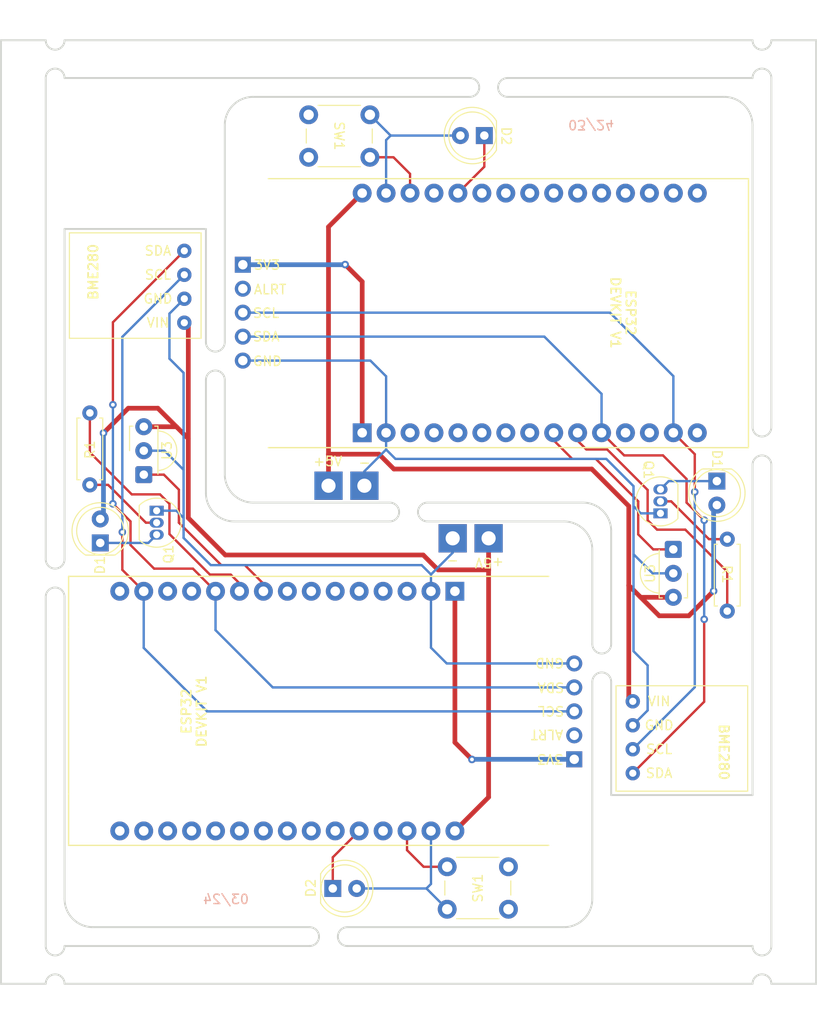
<source format=kicad_pcb>
(kicad_pcb (version 20240108) (generator "pcbnew") (generator_version "8.0")
  (title_block (title "Air Conditioner Controller") (date "2024-03-21") (rev "v3.0"))
  (layers (0 "F.Cu" signal) (31 "B.Cu" signal) (34 "B.Paste" user) (35 "F.Paste" user) (36 "B.SilkS" user "B.Silkscreen") (37 "F.SilkS" user "F.Silkscreen") (38 "B.Mask" user) (39 "F.Mask" user) (44 "Edge.Cuts" user))
  (net 0 "")
  (net 1 "Net-(D1-K)")
  (net 2 "+3.3V")
  (net 3 "VCC")
  (net 4 "GND")
  (net 5 "D4")
  (net 6 "D2")
  (net 7 "D5")
  (net 8 "D15")
  (net 9 "RX2")
  (net 10 "TX2")
  (net 11 "D18")
  (net 12 "D19")
  (net 13 "D21")
  (net 14 "RX0")
  (net 15 "TX0")
  (net 16 "D22")
  (net 17 "D23")
  (net 18 "D13")
  (net 19 "D12")
  (net 20 "D14")
  (net 21 "D27")
  (net 22 "D26")
  (net 23 "D25")
  (net 24 "D33")
  (net 25 "D32")
  (net 26 "D35")
  (net 27 "D34")
  (net 28 "VN")
  (net 29 "VP")
  (net 30 "EN")
  (net 31 "Net-(Q1-B)")
  (footprint "MAX17048:max17048_pads" (layer "F.Cu") (at 127.9825 111.45 -90)
    (property "Reference" "U4" (hide yes))
    (property "Value" "~")
  )
  (footprint "MountingHole:MountingHole_2.7mm_M2.5_DIN965" (layer "F.Cu") (at 123.09 95.59 90)
    (property "Reference" "REF**" (hide yes))
    (property "Value" "MountingHole_2.7mm_M2.5_DIN965")
  )
  (footprint "Panelization:mouse-bite-2mm-slot" (layer "F.Cu") (at 69.09 43.59 90)
    (property "Reference" "mouse-bite-2mm-slot" (hide yes))
    (property "Value" "VAL**" (hide yes))
  )
  (footprint "ESP32_DevkitV1:MODULE_ESP32_DEVKIT_V1" (layer "F.Cu") (at 117.185 70.49 90)
    (property "Reference" "U1" (hide yes))
    (property "Value" "ESP32-DEVKIT-V1")
  )
  (footprint "J5019:j5019_pads" (layer "F.Cu") (at 100.635954 84.992929)
    (property "Reference" "U5" (hide yes))
    (property "Value" "~")
  )
  (footprint "Panelization:mouse-bite-2mm-slot" (layer "F.Cu") (at 144.09 43.59 90)
    (property "Reference" "mouse-bite-2mm-slot" (hide yes))
    (property "Value" "VAL**" (hide yes))
  )
  (footprint "MountingHole:MountingHole_2.7mm_M2.5_DIN965" (layer "F.Cu") (at 90.09 87.59 -90)
    (property "Reference" "REF**" (hide yes))
    (property "Value" "MountingHole_2.7mm_M2.5_DIN965")
  )
  (footprint "Resistor_THT:R_Axial_DIN0207_L6.3mm_D2.5mm_P7.62mm_Horizontal" (layer "F.Cu") (at 140.405 102.09 90)
    (property "Reference" "R1")
    (property "Value" "470")
  )
  (footprint "Resistor_THT:R_Axial_DIN0207_L6.3mm_D2.5mm_P7.62mm_Horizontal" (layer "F.Cu") (at 72.775 81.09 -90)
    (property "Reference" "R1")
    (property "Value" "470")
  )
  (footprint "ESP32_DevkitV1:MODULE_ESP32_DEVKIT_V1" (layer "F.Cu") (at 95.995 112.69 -90)
    (property "Reference" "U1" (hide yes))
    (property "Value" "ESP32-DEVKIT-V1")
  )
  (footprint "LED_THT:LED_D5.0mm_IRGrey" (layer "F.Cu") (at 139.305 88.315 -90)
    (property "Reference" "D1")
    (property "Value" "LD274")
  )
  (footprint "Panelization:mouse-bite-2mm-slot" (layer "F.Cu") (at 115.09 46.59)
    (property "Reference" "mouse-bite-2mm-slot" (hide yes))
    (property "Value" "VAL**" (hide yes))
  )
  (footprint "Panelization:mouse-bite-2mm-slot" (layer "F.Cu") (at 98.09 136.59)
    (property "Reference" "mouse-bite-2mm-slot" (hide yes))
    (property "Value" "VAL**" (hide yes))
  )
  (footprint "MountingHole:MountingHole_2.7mm_M2.5_DIN965" (layer "F.Cu") (at 140.09 107.09 -90)
    (property "Reference" "REF**" (hide yes))
    (property "Value" "MountingHole_2.7mm_M2.5_DIN965")
  )
  (footprint "OptoDevice:Vishay_MINICAST-3Pin" (layer "F.Cu") (at 134.682103 95.55 -90)
    (property "Reference" "U3")
    (property "Value" "TSSP58P38")
  )
  (footprint "BME280:module_bme280_alt" (layer "F.Cu") (at 82.797 63.907 180)
    (property "Reference" "U2" (hide yes))
    (property "Value" "~")
  )
  (footprint "LED_THT:LED_D5.0mm_Clear" (layer "F.Cu") (at 114.63 51.69 180)
    (property "Reference" "D2")
    (property "Value" "LED")
  )
  (footprint "Package_TO_SOT_THT:TO-92_Inline" (layer "F.Cu") (at 79.86 91.45 -90)
    (property "Reference" "Q1")
    (property "Value" "BC548")
  )
  (footprint "Panelization:mouse-bite-2mm-slot" (layer "F.Cu") (at 144.09 84.59 90)
    (property "Reference" "mouse-bite-2mm-slot" (hide yes))
    (property "Value" "VAL**" (hide yes))
  )
  (footprint "MountingHole:MountingHole_2.7mm_M2.5_DIN965" (layer "F.Cu") (at 140.09 50.59 -90)
    (property "Reference" "REF**" (hide yes))
    (property "Value" "MountingHole_2.7mm_M2.5_DIN965")
  )
  (footprint "OptoDevice:Vishay_MINICAST-3Pin" (layer "F.Cu") (at 78.497897 87.63 90)
    (property "Reference" "U3")
    (property "Value" "TSSP58P38")
  )
  (footprint "Panelization:mouse-bite-2mm-slot" (layer "F.Cu") (at 144.09 139.59 90)
    (property "Reference" "mouse-bite-2mm-slot" (hide yes))
    (property "Value" "VAL**" (hide yes))
  )
  (footprint "MAX17048:max17048_pads" (layer "F.Cu") (at 85.1975 71.73 90)
    (property "Reference" "U4" (hide yes))
    (property "Value" "~")
  )
  (footprint "J5019:j5019_pads" (layer "F.Cu") (at 112.544046 98.187071 180)
    (property "Reference" "U5" (hide yes))
    (property "Value" "~")
  )
  (footprint "Panelization:mouse-bite-2mm-slot" (layer "F.Cu") (at 69.09 139.59 90)
    (property "Reference" "mouse-bite-2mm-slot" (hide yes))
    (property "Value" "VAL**" (hide yes))
  )
  (footprint "MountingHole:MountingHole_2.7mm_M2.5_DIN965" (layer "F.Cu") (at 73.09 132.59 90)
    (property "Reference" "REF**" (hide yes))
    (property "Value" "MountingHole_2.7mm_M2.5_DIN965")
  )
  (footprint "Panelization:mouse-bite-2mm-slot" (layer "F.Cu") (at 86.1 75.59 90)
    (property "Reference" "mouse-bite-2mm-slot" (hide yes))
    (property "Value" "VAL**" (hide yes))
  )
  (footprint "Button_Switch_THT:SW_PUSH_6mm_H9.5mm" (layer "F.Cu") (at 102.49 53.99 180)
    (property "Reference" "SW1")
    (property "Value" "SW_Push")
  )
  (footprint "MountingHole:MountingHole_2.7mm_M2.5_DIN965" (layer "F.Cu") (at 123.09 132.59 90)
    (property "Reference" "REF**" (hide yes))
    (property "Value" "MountingHole_2.7mm_M2.5_DIN965")
  )
  (footprint "BME280:module_bme280_alt" (layer "F.Cu") (at 130.383 119.273)
    (property "Reference" "U2" (hide yes))
    (property "Value" "~")
  )
  (footprint "LED_THT:LED_D5.0mm_Clear" (layer "F.Cu") (at 98.55 131.49)
    (property "Reference" "D2")
    (property "Value" "LED")
  )
  (footprint "Button_Switch_THT:SW_PUSH_6mm_H9.5mm" (layer "F.Cu") (at 110.69 129.19)
    (property "Reference" "SW1")
    (property "Value" "SW_Push")
  )
  (footprint "Panelization:mouse-bite-2mm-slot" (layer "F.Cu") (at 69.09 98.59 90)
    (property "Reference" "mouse-bite-2mm-slot" (hide yes))
    (property "Value" "VAL**" (hide yes))
  )
  (footprint "Package_TO_SOT_THT:TO-92_Inline" (layer "F.Cu") (at 133.32 91.73 90)
    (property "Reference" "Q1")
    (property "Value" "BC548")
  )
  (footprint "MountingHole:MountingHole_2.7mm_M2.5_DIN965" (layer "F.Cu") (at 73.09 76.09 90)
    (property "Reference" "REF**" (hide yes))
    (property "Value" "MountingHole_2.7mm_M2.5_DIN965")
  )
  (footprint "MountingHole:MountingHole_2.7mm_M2.5_DIN965" (layer "F.Cu") (at 90.09 50.59 -90)
    (property "Reference" "REF**" (hide yes))
    (property "Value" "MountingHole_2.7mm_M2.5_DIN965")
  )
  (footprint "Panelization:mouse-bite-2mm-slot" (layer "F.Cu") (at 127.1 107.59 90)
    (property "Reference" "mouse-bite-2mm-slot" (hide yes))
    (property "Value" "VAL**" (hide yes))
  )
  (footprint "Panelization:mouse-bite-2mm-slot" (layer "F.Cu") (at 106.59 91.59)
    (property "Reference" "mouse-bite-2mm-slot" (hide yes))
    (property "Value" "VAL**" (hide yes))
  )
  (footprint "LED_THT:LED_D5.0mm_IRGrey" (layer "F.Cu") (at 73.875 94.865 90)
    (property "Reference" "D1")
    (property "Value" "LD274")
  )
  (gr_arc (start 70.09 137.59) (mid 69.09 138.59) (end 68.09 137.59) (stroke (width 0.2)) (layer "Edge.Cuts"))
  (gr_arc (start 90.09 90.59) (mid 87.968683 89.711317) (end 87.09 87.59) (stroke (width 0.2)) (layer "Edge.Cuts"))
  (gr_arc (start 128.09 105.59) (mid 127.09 106.59) (end 126.09 105.59) (stroke (width 0.2)) (layer "Edge.Cuts"))
  (gr_line (start 68.09 141.59) (end 63.34 141.59) (stroke (width 0.2)) (layer "Edge.Cuts"))
  (gr_line (start 70.09 100.59) (end 70.09 132.59) (stroke (width 0.2)) (layer "Edge.Cuts"))
  (gr_line (start 126.09 95.59) (end 126.09 105.59) (stroke (width 0.2)) (layer "Edge.Cuts"))
  (gr_line (start 70.09 96.59) (end 70.09 61.59) (stroke (width 0.2)) (layer "Edge.Cuts"))
  (gr_line (start 85.09 61.59) (end 85.09 73.59) (stroke (width 0.2)) (layer "Edge.Cuts"))
  (gr_line (start 145.09 137.59) (end 145.09 86.59) (stroke (width 0.2)) (layer "Edge.Cuts"))
  (gr_line (start 143.09 121.59) (end 143.09 86.59) (stroke (width 0.2)) (layer "Edge.Cuts"))
  (gr_line (start 128.09 121.59) (end 128.09 109.59) (stroke (width 0.2)) (layer "Edge.Cuts"))
  (gr_arc (start 117.09 47.59) (mid 116.09 46.59) (end 117.09 45.59) (stroke (width 0.2)) (layer "Edge.Cuts"))
  (gr_arc (start 68.09 45.59) (mid 69.09 44.59) (end 70.09 45.59) (stroke (width 0.2)) (layer "Edge.Cuts"))
  (gr_line (start 117.09 47.59) (end 140.09 47.59) (stroke (width 0.2)) (layer "Edge.Cuts"))
  (gr_line (start 100.09 137.59) (end 143.09 137.59) (stroke (width 0.2)) (layer "Edge.Cuts"))
  (gr_line (start 87.09 77.59) (end 87.09 87.59) (stroke (width 0.2)) (layer "Edge.Cuts"))
  (gr_arc (start 85.09 77.59) (mid 86.09 76.59) (end 87.09 77.59) (stroke (width 0.2)) (layer "Edge.Cuts"))
  (gr_arc (start 143.09 141.59) (mid 144.09 140.59) (end 145.09 141.59) (stroke (width 0.2)) (layer "Edge.Cuts"))
  (gr_line (start 68.09 45.59) (end 68.09 96.59) (stroke (width 0.2)) (layer "Edge.Cuts"))
  (gr_line (start 70.09 45.59) (end 113.09 45.59) (stroke (width 0.2)) (layer "Edge.Cuts"))
  (gr_line (start 123.09 92.59) (end 108.59 92.59) (stroke (width 0.2)) (layer "Edge.Cuts"))
  (gr_line (start 68.09 137.59) (end 68.09 100.59) (stroke (width 0.2)) (layer "Edge.Cuts"))
  (gr_line (start 113.09 47.59) (end 90.09 47.59) (stroke (width 0.2)) (layer "Edge.Cuts"))
  (gr_line (start 149.84 141.59) (end 145.09 141.59) (stroke (width 0.2)) (layer "Edge.Cuts"))
  (gr_arc (start 145.09 41.59) (mid 144.09 42.59) (end 143.09 41.59) (stroke (width 0.2)) (layer "Edge.Cuts"))
  (gr_line (start 117.09 45.59) (end 143.09 45.59) (stroke (width 0.2)) (layer "Edge.Cuts"))
  (gr_line (start 100.09 135.59) (end 123.09 135.59) (stroke (width 0.2)) (layer "Edge.Cuts"))
  (gr_line (start 143.09 50.59) (end 143.09 82.59) (stroke (width 0.2)) (layer "Edge.Cuts"))
  (gr_line (start 85.09 77.59) (end 85.09 89.59) (stroke (width 0.2)) (layer "Edge.Cuts"))
  (gr_arc (start 87.09 50.59) (mid 87.968679 48.468679) (end 90.09 47.59) (stroke (width 0.2)) (layer "Edge.Cuts"))
  (gr_line (start 88.09 92.59) (end 104.59 92.59) (stroke (width 0.2)) (layer "Edge.Cuts"))
  (gr_line (start 70.09 141.59) (end 143.09 141.59) (stroke (width 0.2)) (layer "Edge.Cuts"))
  (gr_arc (start 125.09 90.59) (mid 127.21132 91.46868) (end 128.09 93.59) (stroke (width 0.2)) (layer "Edge.Cuts"))
  (gr_arc (start 96.09 135.59) (mid 97.09 136.59) (end 96.09 137.59) (stroke (width 0.2)) (layer "Edge.Cuts"))
  (gr_arc (start 143.09 86.59) (mid 144.09 85.59) (end 145.09 86.59) (stroke (width 0.2)) (layer "Edge.Cuts"))
  (gr_arc (start 108.59 92.59) (mid 107.59 91.59) (end 108.59 90.59) (stroke (width 0.2)) (layer "Edge.Cuts"))
  (gr_arc (start 70.09 96.59) (mid 69.09 97.59) (end 68.09 96.59) (stroke (width 0.2)) (layer "Edge.Cuts"))
  (gr_line (start 70.09 137.59) (end 96.09 137.59) (stroke (width 0.2)) (layer "Edge.Cuts"))
  (gr_arc (start 140.09 47.59) (mid 142.211322 48.468678) (end 143.09 50.59) (stroke (width 0.2)) (layer "Edge.Cuts"))
  (gr_line (start 128.09 105.59) (end 128.09 93.59) (stroke (width 0.2)) (layer "Edge.Cuts"))
  (gr_arc (start 88.09 92.59) (mid 85.96868 91.71132) (end 85.09 89.59) (stroke (width 0.2)) (layer "Edge.Cuts"))
  (gr_line (start 108.59 90.59) (end 125.09 90.59) (stroke (width 0.2)) (layer "Edge.Cuts"))
  (gr_arc (start 123.09 92.59) (mid 125.211317 93.468683) (end 126.09 95.59) (stroke (width 0.2)) (layer "Edge.Cuts"))
  (gr_arc (start 68.09 141.59) (mid 69.09 140.59) (end 70.09 141.59) (stroke (width 0.2)) (layer "Edge.Cuts"))
  (gr_arc (start 143.09 45.59) (mid 144.09 44.59) (end 145.09 45.59) (stroke (width 0.2)) (layer "Edge.Cuts"))
  (gr_arc (start 100.09 137.59) (mid 99.09 136.59) (end 100.09 135.59) (stroke (width 0.2)) (layer "Edge.Cuts"))
  (gr_arc (start 126.09 132.59) (mid 125.211321 134.711321) (end 123.09 135.59) (stroke (width 0.2)) (layer "Edge.Cuts"))
  (gr_line (start 63.34 41.59) (end 63.34 141.59) (stroke (width 0.2)) (layer "Edge.Cuts"))
  (gr_arc (start 70.09 41.59) (mid 69.09 42.59) (end 68.09 41.59) (stroke (width 0.2)) (layer "Edge.Cuts"))
  (gr_line (start 68.09 41.59) (end 63.34 41.59) (stroke (width 0.2)) (layer "Edge.Cuts"))
  (gr_arc (start 87.09 73.59) (mid 86.09 74.59) (end 85.09 73.59) (stroke (width 0.2)) (layer "Edge.Cuts"))
  (gr_line (start 145.09 82.59) (end 145.09 45.59) (stroke (width 0.2)) (layer "Edge.Cuts"))
  (gr_arc (start 145.09 137.59) (mid 144.09 138.59) (end 143.09 137.59) (stroke (width 0.2)) (layer "Edge.Cuts"))
  (gr_arc (start 68.09 100.59) (mid 69.09 99.59) (end 70.09 100.59) (stroke (width 0.2)) (layer "Edge.Cuts"))
  (gr_arc (start 145.09 82.59) (mid 144.09 83.59) (end 143.09 82.59) (stroke (width 0.2)) (layer "Edge.Cuts"))
  (gr_line (start 149.84 41.59) (end 149.84 141.59) (stroke (width 0.2)) (layer "Edge.Cuts"))
  (gr_line (start 143.09 121.59) (end 128.09 121.59) (stroke (width 0.2)) (layer "Edge.Cuts"))
  (gr_line (start 126.09 109.59) (end 126.09 132.59) (stroke (width 0.2)) (layer "Edge.Cuts"))
  (gr_line (start 73.09 135.59) (end 96.09 135.59) (stroke (width 0.2)) (layer "Edge.Cuts"))
  (gr_arc (start 73.09 135.59) (mid 70.968678 134.711322) (end 70.09 132.59) (stroke (width 0.2)) (layer "Edge.Cuts"))
  (gr_line (start 70.09 61.59) (end 85.09 61.59) (stroke (width 0.2)) (layer "Edge.Cuts"))
  (gr_line (start 90.09 90.59) (end 104.59 90.59) (stroke (width 0.2)) (layer "Edge.Cuts"))
  (gr_arc (start 113.09 45.59) (mid 114.09 46.59) (end 113.09 47.59) (stroke (width 0.2)) (layer "Edge.Cuts"))
  (gr_arc (start 104.59 90.59) (mid 105.59 91.59) (end 104.59 92.59) (stroke (width 0.2)) (layer "Edge.Cuts"))
  (gr_line (start 149.84 41.59) (end 145.09 41.59) (stroke (width 0.2)) (layer "Edge.Cuts"))
  (gr_line (start 70.09 41.59) (end 143.09 41.59) (stroke (width 0.2)) (layer "Edge.Cuts"))
  (gr_line (start 87.09 50.59) (end 87.09 73.59) (stroke (width 0.2)) (layer "Edge.Cuts"))
  (gr_arc (start 126.09 109.59) (mid 127.09 108.59) (end 128.09 109.59) (stroke (width 0.2)) (layer "Edge.Cuts"))
  (gr_text "03/24" (at 87.22 133.22 0) (layer "B.SilkS") (effects (font (size 1 1)) (justify bottom mirror)))
  (gr_text "03/24" (at 125.96 49.96 180) (layer "B.SilkS") (effects (font (size 1 1)) (justify bottom mirror)))
  (gr_text "+5V" (at 96.395954 86.802929 0) (layer "F.SilkS") (effects (font (size 1 1)) (justify left bottom)))
  (gr_text "BME280" (at 139.46 113.96 -90) (layer "F.SilkS") (effects (font (size 1 1) (thickness 0.1875)) (justify left bottom)))
  (gr_text "ALRT" (at 123.09 114.59 180) (layer "F.SilkS") (effects (font (size 1 1)) (justify left bottom)))
  (gr_text "SCL" (at 89.99 71.09 0) (layer "F.SilkS") (effects (font (size 1 1)) (justify left bottom)))
  (gr_text "GND" (at 123.19 106.99 180) (layer "F.SilkS") (effects (font (size 1 1)) (justify left bottom)))
  (gr_text "SDA" (at 123.19 109.59 180) (layer "F.SilkS") (effects (font (size 1 1)) (justify left bottom)))
  (gr_text "BME280" (at 73.72 69.22 90) (layer "F.SilkS") (effects (font (size 1 1) (thickness 0.1875)) (justify left bottom)))
  (gr_text "+5V" (at 116.784046 96.377071 180) (layer "F.SilkS") (effects (font (size 1 1)) (justify left bottom)))
  (gr_text "3V3" (at 123.09 117.19 180) (layer "F.SilkS") (effects (font (size 1 1)) (justify left bottom)))
  (gr_text "ALRT" (at 90.09 68.59 0) (layer "F.SilkS") (effects (font (size 1 1)) (justify left bottom)))
  (gr_text "-" (at 111.979046 96.257071 180) (layer "F.SilkS") (effects (font (size 1 1)) (justify left bottom)))
  (gr_text "ESP32\nDEVKIT V1" (at 85.22 112.72 90) (layer "F.SilkS") (effects (font (size 1 1) (thickness 0.1875)) (justify bottom)))
  (gr_text "3V3" (at 90.09 65.99 0) (layer "F.SilkS") (effects (font (size 1 1)) (justify left bottom)))
  (gr_text "GND" (at 89.99 76.19 0) (layer "F.SilkS") (effects (font (size 1 1)) (justify left bottom)))
  (gr_text "-" (at 101.200954 86.922929 0) (layer "F.SilkS") (effects (font (size 1 1)) (justify left bottom)))
  (gr_text "SCL" (at 123.19 112.09 180) (layer "F.SilkS") (effects (font (size 1 1)) (justify left bottom)))
  (gr_text "ESP32\nDEVKIT V1" (at 127.96 70.46 -90) (layer "F.SilkS") (effects (font (size 1 1) (thickness 0.1875)) (justify bottom)))
  (gr_text "SDA" (at 89.99 73.59 0) (layer "F.SilkS") (effects (font (size 1 1)) (justify left bottom)))
  (segment (start 78.985 94.865) (end 79.86 93.99) (width 0.25) (layer "B.Cu") (net 1))
  (segment (start 139.305 88.315) (end 134.195 88.315) (width 0.25) (layer "B.Cu") (net 1))
  (segment (start 73.875 94.865) (end 78.985 94.865) (width 0.25) (layer "B.Cu") (net 1))
  (segment (start 134.195 88.315) (end 133.32 89.19) (width 0.25) (layer "B.Cu") (net 1))
  (segment (start 101.67 67.17) (end 101.67 83.19) (width 0.5) (layer "F.Cu") (net 2))
  (segment (start 111.51 116.01) (end 111.51 99.99) (width 0.5) (layer "F.Cu") (net 2))
  (segment (start 113.318342 117.818342) (end 111.51 116.01) (width 0.5) (layer "F.Cu") (net 2))
  (segment (start 99.861658 65.361658) (end 101.67 67.17) (width 0.5) (layer "F.Cu") (net 2))
  (via (at 99.861658 65.361658) (size 0.8) (drill 0.4) (layers "F.Cu" "B.Cu") (net 2))
  (via (at 113.318342 117.818342) (size 0.8) (drill 0.4) (layers "F.Cu" "B.Cu") (net 2))
  (segment (start 113.318342 117.818342) (end 113.336684 117.8) (width 0.5) (layer "B.Cu") (net 2))
  (segment (start 99.843316 65.38) (end 89.0075 65.38) (width 0.5) (layer "B.Cu") (net 2))
  (segment (start 99.861658 65.361658) (end 99.843316 65.38) (width 0.5) (layer "B.Cu") (net 2))
  (segment (start 113.336684 117.8) (end 124.1725 117.8) (width 0.5) (layer "B.Cu") (net 2))
  (segment (start 74.22 83.22) (end 74.222897 83.22) (width 0.5) (layer "F.Cu") (net 3))
  (segment (start 131.22 100.63) (end 129.96 99.37) (width 0.5) (layer "F.Cu") (net 3))
  (segment (start 105.035 87.035) (end 103.46 85.46) (width 0.5) (layer "F.Cu") (net 3))
  (segment (start 87.145 96.145) (end 108.145 96.145) (width 0.5) (layer "F.Cu") (net 3))
  (segment (start 81.952897 82.55) (end 79.992897 80.59) (width 0.5) (layer "F.Cu") (net 3))
  (segment (start 126.035 87.035) (end 105.035 87.035) (width 0.5) (layer "F.Cu") (net 3))
  (segment (start 83.22 92.22) (end 87.145 96.145) (width 0.5) (layer "F.Cu") (net 3))
  (segment (start 133.187103 102.59) (end 136.33 102.59) (width 0.5) (layer "F.Cu") (net 3))
  (segment (start 115.084046 121.815954) (end 111.51 125.39) (width 0.5) (layer "F.Cu") (net 3))
  (segment (start 98.095954 61.364046) (end 101.67 57.79) (width 0.5) (layer "F.Cu") (net 3))
  (segment (start 115.084046 94.377071) (end 115.084046 97.72) (width 0.5) (layer "F.Cu") (net 3))
  (segment (start 81.96 82.55) (end 83.22 83.81) (width 0.5) (layer "F.Cu") (net 3))
  (segment (start 131.227103 100.63) (end 133.187103 102.59) (width 0.5) (layer "F.Cu") (net 3))
  (segment (start 108.145 96.145) (end 109.72 97.72) (width 0.5) (layer "F.Cu") (net 3))
  (segment (start 83.22 71.95) (end 83.22 83.81) (width 0.5) (layer "F.Cu") (net 3))
  (segment (start 130.383 111.653) (end 129.96 111.23) (width 0.5) (layer "F.Cu") (net 3))
  (segment (start 98.095954 85.46) (end 98.095954 61.364046) (width 0.5) (layer "F.Cu") (net 3))
  (segment (start 136.33 102.59) (end 138.96 99.96) (width 0.5) (layer "F.Cu") (net 3))
  (segment (start 82.797 71.527) (end 83.22 71.95) (width 0.5) (layer "F.Cu") (net 3))
  (segment (start 138.96 99.96) (end 138.957103 99.96) (width 0.5) (layer "F.Cu") (net 3))
  (segment (start 129.96 111.23) (end 129.96 99.37) (width 0.5) (layer "F.Cu") (net 3))
  (segment (start 115.084046 97.72) (end 115.084046 121.815954) (width 0.5) (layer "F.Cu") (net 3))
  (segment (start 98.095954 88.802929) (end 98.095954 85.46) (width 0.5) (layer "F.Cu") (net 3))
  (segment (start 129.96 99.37) (end 129.96 90.96) (width 0.5) (layer "F.Cu") (net 3))
  (segment (start 83.22 83.81) (end 83.22 92.22) (width 0.5) (layer "F.Cu") (net 3))
  (segment (start 129.96 90.96) (end 126.035 87.035) (width 0.5) (layer "F.Cu") (net 3))
  (segment (start 76.85 80.59) (end 74.22 83.22) (width 0.5) (layer "F.Cu") (net 3))
  (segment (start 78.497897 82.55) (end 81.96 82.55) (width 0.5) (layer "F.Cu") (net 3))
  (segment (start 109.72 97.72) (end 115.084046 97.72) (width 0.5) (layer "F.Cu") (net 3))
  (segment (start 103.46 85.46) (end 98.095954 85.46) (width 0.5) (layer "F.Cu") (net 3))
  (segment (start 79.992897 80.59) (end 76.85 80.59) (width 0.5) (layer "F.Cu") (net 3))
  (segment (start 134.682103 100.63) (end 131.22 100.63) (width 0.5) (layer "F.Cu") (net 3))
  (via (at 74.22 83.22) (size 0.8) (drill 0.4) (layers "F.Cu" "B.Cu") (net 3))
  (via (at 138.96 99.96) (size 0.8) (drill 0.4) (layers "F.Cu" "B.Cu") (net 3))
  (segment (start 138.96 91.2) (end 139.305 90.855) (width 0.5) (layer "B.Cu") (net 3))
  (segment (start 74.22 91.98) (end 73.875 92.325) (width 0.5) (layer "B.Cu") (net 3))
  (segment (start 74.22 83.22) (end 74.22 91.98) (width 0.5) (layer "B.Cu") (net 3))
  (segment (start 138.96 99.96) (end 138.96 91.2) (width 0.5) (layer "B.Cu") (net 3))
  (segment (start 104.21 77.21) (end 104.21 83.19) (width 0.25) (layer "B.Cu") (net 4))
  (segment (start 131.96 107.842897) (end 130.46 106.342897) (width 0.25) (layer "B.Cu") (net 4))
  (segment (start 134.682103 98.09) (end 132.49 98.09) (width 0.25) (layer "B.Cu") (net 4))
  (segment (start 133.32 91.73) (end 131.23 91.73) (width 0.25) (layer "B.Cu") (net 4))
  (segment (start 85.605794 97.22) (end 82.72 94.334206) (width 0.25) (layer "B.Cu") (net 4))
  (segment (start 101.09 131.49) (end 108.49 131.49) (width 0.25) (layer "B.Cu") (net 4))
  (segment (start 80.69 85.09) (end 82.72 87.12) (width 0.25) (layer "B.Cu") (net 4))
  (segment (start 104.21 84.97) (end 105.2 85.96) (width 0.25) (layer "B.Cu") (net 4))
  (segment (start 89.0075 75.54) (end 102.54 75.54) (width 0.25) (layer "B.Cu") (net 4))
  (segment (start 82.797 68.987) (end 81.22 70.564) (width 0.25) (layer "B.Cu") (net 4))
  (segment (start 104.21 57.79) (end 104.21 52.17) (width 0.25) (layer "B.Cu") (net 4))
  (segment (start 81.22 70.564) (end 81.22 75.337103) (width 0.25) (layer "B.Cu") (net 4))
  (segment (start 102.54 75.54) (end 104.21 77.21) (width 0.25) (layer "B.Cu") (net 4))
  (segment (start 79.86 91.45) (end 81.95 91.45) (width 0.25) (layer "B.Cu") (net 4))
  (segment (start 131.23 91.73) (end 130.46 90.96) (width 0.25) (layer "B.Cu") (net 4))
  (segment (start 124.1725 107.64) (end 110.64 107.64) (width 0.25) (layer "B.Cu") (net 4))
  (segment (start 111.274046 94.377071) (end 111.274046 95.905954) (width 0.25) (layer "B.Cu") (net 4))
  (segment (start 130.46 106.342897) (end 130.46 96.06) (width 0.25) (layer "B.Cu") (net 4))
  (segment (start 108.97 131.97) (end 110.69 133.69) (width 0.25) (layer "B.Cu") (net 4))
  (segment (start 108.97 131.01) (end 108.49 131.49) (width 0.25) (layer "B.Cu") (net 4))
  (segment (start 107.98 97.22) (end 85.605794 97.22) (width 0.25) (layer "B.Cu") (net 4))
  (segment (start 108.97 98.21) (end 108.97 99.99) (width 0.25) (layer "B.Cu") (net 4))
  (segment (start 81.22 75.337103) (end 82.72 76.837103) (width 0.25) (layer "B.Cu") (net 4))
  (segment (start 127.574206 85.96) (end 130.46 88.845794) (width 0.25) (layer "B.Cu") (net 4))
  (segment (start 130.46 88.845794) (end 130.46 90.96) (width 0.25) (layer "B.Cu") (net 4))
  (segment (start 108.49 131.49) (end 108.97 131.97) (width 0.25) (layer "B.Cu") (net 4))
  (segment (start 82.72 94.334206) (end 82.72 92.22) (width 0.25) (layer "B.Cu") (net 4))
  (segment (start 101.905954 87.274046) (end 104.21 84.97) (width 0.25) (layer "B.Cu") (net 4))
  (segment (start 111.274046 95.905954) (end 108.97 98.21) (width 0.25) (layer "B.Cu") (net 4))
  (segment (start 82.72 76.837103) (end 82.72 87.12) (width 0.25) (layer "B.Cu") (net 4))
  (segment (start 130.383 114.193) (end 131.96 112.616) (width 0.25) (layer "B.Cu") (net 4))
  (segment (start 130.46 96.06) (end 130.46 90.96) (width 0.25) (layer "B.Cu") (net 4))
  (segment (start 101.905954 88.802929) (end 101.905954 87.274046) (width 0.25) (layer "B.Cu") (net 4))
  (segment (start 108.97 105.97) (end 108.97 99.99) (width 0.25) (layer "B.Cu") (net 4))
  (segment (start 105.2 85.96) (end 127.574206 85.96) (width 0.25) (layer "B.Cu") (net 4))
  (segment (start 104.21 52.17) (end 104.69 51.69) (width 0.25) (layer "B.Cu") (net 4))
  (segment (start 104.69 51.69) (end 104.21 51.21) (width 0.25) (layer "B.Cu") (net 4))
  (segment (start 108.97 98.21) (end 107.98 97.22) (width 0.25) (layer "B.Cu") (net 4))
  (segment (start 110.64 107.64) (end 108.97 105.97) (width 0.25) (layer "B.Cu") (net 4))
  (segment (start 131.96 112.616) (end 131.96 107.842897) (width 0.25) (layer "B.Cu") (net 4))
  (segment (start 108.97 125.39) (end 108.97 131.01) (width 0.25) (layer "B.Cu") (net 4))
  (segment (start 104.21 51.21) (end 102.49 49.49) (width 0.25) (layer "B.Cu") (net 4))
  (segment (start 132.49 98.09) (end 130.46 96.06) (width 0.25) (layer "B.Cu") (net 4))
  (segment (start 81.95 91.45) (end 82.72 92.22) (width 0.25) (layer "B.Cu") (net 4))
  (segment (start 104.21 84.97) (end 104.21 83.19) (width 0.25) (layer "B.Cu") (net 4))
  (segment (start 78.497897 85.09) (end 80.69 85.09) (width 0.25) (layer "B.Cu") (net 4))
  (segment (start 82.72 87.12) (end 82.72 92.22) (width 0.25) (layer "B.Cu") (net 4))
  (segment (start 112.09 51.69) (end 104.69 51.69) (width 0.25) (layer "B.Cu") (net 4))
  (segment (start 82.22 92.72) (end 86.720316 97.220316) (width 0.25) (layer "F.Cu") (net 11))
  (segment (start 91.19 99.19) (end 91.19 99.99) (width 0.25) (layer "F.Cu") (net 11))
  (segment (start 126.459684 85.959684) (end 123.959684 85.959684) (width 0.25) (layer "F.Cu") (net 11))
  (segment (start 82.22 89.22) (end 82.22 92.72) (width 0.25) (layer "F.Cu") (net 11))
  (segment (start 130.96 93.96) (end 130.96 90.46) (width 0.25) (layer "F.Cu") (net 11))
  (segment (start 134.682103 95.55) (end 132.55 95.55) (width 0.25) (layer "F.Cu") (net 11))
  (segment (start 130.96 90.46) (end 126.459684 85.959684) (width 0.25) (layer "F.Cu") (net 11))
  (segment (start 86.720316 97.220316) (end 89.220316 97.220316) (width 0.25) (layer "F.Cu") (net 11))
  (segment (start 89.220316 97.220316) (end 91.19 99.19) (width 0.25) (layer "F.Cu") (net 11))
  (segment (start 121.99 83.99) (end 121.99 83.19) (width 0.25) (layer "F.Cu") (net 11))
  (segment (start 80.63 87.63) (end 82.22 89.22) (width 0.25) (layer "F.Cu") (net 11))
  (segment (start 123.959684 85.959684) (end 121.99 83.99) (width 0.25) (layer "F.Cu") (net 11))
  (segment (start 132.55 95.55) (end 130.96 93.96) (width 0.25) (layer "F.Cu") (net 11))
  (segment (start 78.497897 87.63) (end 80.63 87.63) (width 0.25) (layer "F.Cu") (net 11))
  (segment (start 132.96 93.46) (end 131.96 92.46) (width 0.25) (layer "F.Cu") (net 12))
  (segment (start 125.46 84.96) (end 124.53 84.03) (width 0.25) (layer "F.Cu") (net 12))
  (segment (start 81.22 90.72) (end 81.22 93.927292) (width 0.25) (layer "F.Cu") (net 12))
  (segment (start 131.96 89.252708) (end 127.667292 84.96) (width 0.25) (layer "F.Cu") (net 12))
  (segment (start 135.96 93.46) (end 132.96 93.46) (width 0.25) (layer "F.Cu") (net 12))
  (segment (start 72.775 85.275) (end 77.22 89.72) (width 0.25) (layer "F.Cu") (net 12))
  (segment (start 77.22 89.72) (end 80.22 89.72) (width 0.25) (layer "F.Cu") (net 12))
  (segment (start 80.22 89.72) (end 81.22 90.72) (width 0.25) (layer "F.Cu") (net 12))
  (segment (start 140.405 97.905) (end 135.96 93.46) (width 0.25) (layer "F.Cu") (net 12))
  (segment (start 127.667292 84.96) (end 125.46 84.96) (width 0.25) (layer "F.Cu") (net 12))
  (segment (start 124.53 84.03) (end 124.53 83.19) (width 0.25) (layer "F.Cu") (net 12))
  (segment (start 81.22 93.927292) (end 85.512708 98.22) (width 0.25) (layer "F.Cu") (net 12))
  (segment (start 72.775 81.09) (end 72.775 85.275) (width 0.25) (layer "F.Cu") (net 12))
  (segment (start 88.65 99.15) (end 88.65 99.99) (width 0.25) (layer "F.Cu") (net 12))
  (segment (start 140.405 102.09) (end 140.405 97.905) (width 0.25) (layer "F.Cu") (net 12))
  (segment (start 131.96 92.46) (end 131.96 89.252708) (width 0.25) (layer "F.Cu") (net 12))
  (segment (start 87.72 98.22) (end 88.65 99.15) (width 0.25) (layer "F.Cu") (net 12))
  (segment (start 85.512708 98.22) (end 87.72 98.22) (width 0.25) (layer "F.Cu") (net 12))
  (segment (start 75.22 90.72) (end 77.09 92.59) (width 0.25) (layer "F.Cu") (net 13))
  (segment (start 77.09 95.09) (end 79.59 97.59) (width 0.25) (layer "F.Cu") (net 13))
  (segment (start 77.09 92.59) (end 77.09 95.09) (width 0.25) (layer "F.Cu") (net 13))
  (segment (start 133.59 85.59) (end 129.47 85.59) (width 0.25) (layer "F.Cu") (net 13))
  (segment (start 137.96 102.96) (end 137.96 111.696) (width 0.25) (layer "F.Cu") (net 13))
  (segment (start 129.47 85.59) (end 127.07 83.19) (width 0.25) (layer "F.Cu") (net 13))
  (segment (start 137.96 92.46) (end 136.09 90.59) (width 0.25) (layer "F.Cu") (net 13))
  (segment (start 79.59 97.59) (end 83.71 97.59) (width 0.25) (layer "F.Cu") (net 13))
  (segment (start 75.22 71.484) (end 82.797 63.907) (width 0.25) (layer "F.Cu") (net 13))
  (segment (start 83.71 97.59) (end 86.11 99.99) (width 0.25) (layer "F.Cu") (net 13))
  (segment (start 136.09 90.59) (end 136.09 88.09) (width 0.25) (layer "F.Cu") (net 13))
  (segment (start 137.96 111.696) (end 130.383 119.273) (width 0.25) (layer "F.Cu") (net 13))
  (segment (start 75.22 80.22) (end 75.22 71.484) (width 0.25) (layer "F.Cu") (net 13))
  (segment (start 136.09 88.09) (end 133.59 85.59) (width 0.25) (layer "F.Cu") (net 13))
  (via (at 75.22 90.72) (size 0.8) (drill 0.4) (layers "F.Cu" "B.Cu") (net 13))
  (via (at 75.22 80.22) (size 0.8) (drill 0.4) (layers "F.Cu" "B.Cu") (net 13))
  (via (at 137.96 102.96) (size 0.8) (drill 0.4) (layers "F.Cu" "B.Cu") (net 13))
  (via (at 137.96 92.46) (size 0.8) (drill 0.4) (layers "F.Cu" "B.Cu") (net 13))
  (segment (start 92.18 110.18) (end 86.11 104.11) (width 0.25) (layer "B.Cu") (net 13))
  (segment (start 89.0075 73) (end 121 73) (width 0.25) (layer "B.Cu") (net 13))
  (segment (start 137.96 102.96) (end 137.96 92.46) (width 0.25) (layer "B.Cu") (net 13))
  (segment (start 86.11 104.11) (end 86.11 99.99) (width 0.25) (layer "B.Cu") (net 13))
  (segment (start 121 73) (end 127.07 79.07) (width 0.25) (layer "B.Cu") (net 13))
  (segment (start 124.1725 110.18) (end 92.18 110.18) (width 0.25) (layer "B.Cu") (net 13))
  (segment (start 127.07 79.07) (end 127.07 83.19) (width 0.25) (layer "B.Cu") (net 13))
  (segment (start 75.22 80.22) (end 75.22 90.72) (width 0.25) (layer "B.Cu") (net 13))
  (segment (start 76.22 97.72) (end 78.49 99.99) (width 0.25) (layer "F.Cu") (net 16))
  (segment (start 136.96 85.46) (end 134.69 83.19) (width 0.25) (layer "F.Cu") (net 16))
  (segment (start 76.22 93.72) (end 76.22 97.72) (width 0.25) (layer "F.Cu") (net 16))
  (segment (start 136.96 89.46) (end 136.96 85.46) (width 0.25) (layer "F.Cu") (net 16))
  (via (at 136.96 89.46) (size 0.8) (drill 0.4) (layers "F.Cu" "B.Cu") (net 16))
  (via (at 76.22 93.72) (size 0.8) (drill 0.4) (layers "F.Cu" "B.Cu") (net 16))
  (segment (start 78.49 105.99) (end 85.22 112.72) (width 0.25) (layer "B.Cu") (net 16))
  (segment (start 76.22 93.72) (end 76.22 73.024) (width 0.25) (layer "B.Cu") (net 16))
  (segment (start 134.69 83.19) (end 134.69 77.19) (width 0.25) (layer "B.Cu") (net 16))
  (segment (start 78.49 99.99) (end 78.49 105.99) (width 0.25) (layer "B.Cu") (net 16))
  (segment (start 136.96 110.156) (end 130.383 116.733) (width 0.25) (layer "B.Cu") (net 16))
  (segment (start 85.22 112.72) (end 124.1725 112.72) (width 0.25) (layer "B.Cu") (net 16))
  (segment (start 127.96 70.46) (end 89.0075 70.46) (width 0.25) (layer "B.Cu") (net 16))
  (segment (start 76.22 73.024) (end 82.797 66.447) (width 0.25) (layer "B.Cu") (net 16))
  (segment (start 136.96 89.46) (end 136.96 110.156) (width 0.25) (layer "B.Cu") (net 16))
  (segment (start 134.69 77.19) (end 127.96 70.46) (width 0.25) (layer "B.Cu") (net 16))
  (segment (start 106.43 127.43) (end 106.43 125.39) (width 0.25) (layer "F.Cu") (net 18))
  (segment (start 102.49 53.99) (end 104.99 53.99) (width 0.25) (layer "F.Cu") (net 18))
  (segment (start 106.75 55.75) (end 106.75 57.79) (width 0.25) (layer "F.Cu") (net 18))
  (segment (start 104.99 53.99) (end 106.75 55.75) (width 0.25) (layer "F.Cu") (net 18))
  (segment (start 110.69 129.19) (end 108.19 129.19) (width 0.25) (layer "F.Cu") (net 18))
  (segment (start 108.19 129.19) (end 106.43 127.43) (width 0.25) (layer "F.Cu") (net 18))
  (segment (start 98.55 128.19) (end 101.35 125.39) (width 0.25) (layer "F.Cu") (net 20))
  (segment (start 114.63 54.99) (end 111.83 57.79) (width 0.25) (layer "F.Cu") (net 20))
  (segment (start 114.63 51.69) (end 114.63 54.99) (width 0.25) (layer "F.Cu") (net 20))
  (segment (start 98.55 131.49) (end 98.55 128.19) (width 0.25) (layer "F.Cu") (net 20))
  (segment (start 72.775 88.71) (end 74.71 88.71) (width 0.25) (layer "F.Cu") (net 31))
  (segment (start 140.405 94.47) (end 138.47 94.47) (width 0.25) (layer "F.Cu") (net 31))
  (segment (start 138.47 94.47) (end 134.46 90.46) (width 0.25) (layer "F.Cu") (net 31))
  (segment (start 78.72 92.72) (end 79.86 92.72) (width 0.25) (layer "F.Cu") (net 31))
  (segment (start 74.71 88.71) (end 78.72 92.72) (width 0.25) (layer "F.Cu") (net 31))
  (segment (start 134.46 90.46) (end 133.32 90.46) (width 0.25) (layer "F.Cu") (net 31))
)
</source>
